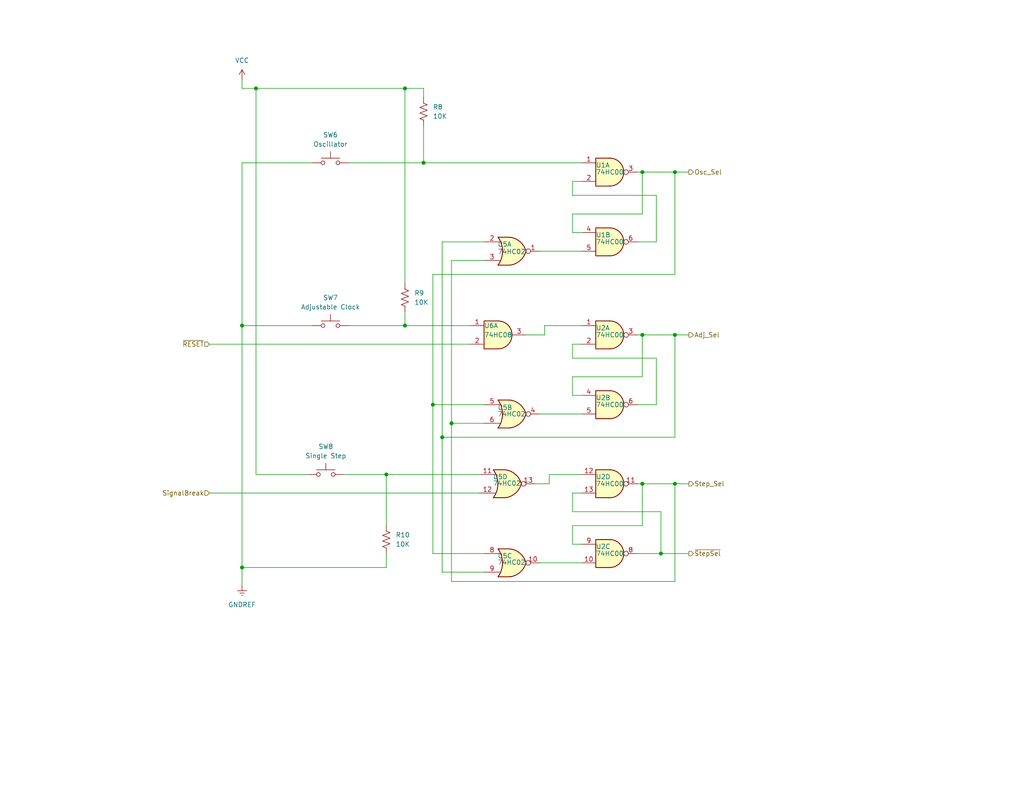
<source format=kicad_sch>
(kicad_sch (version 20230121) (generator eeschema)
  (paper "USLetter")
  (title_block (date "2023-11-22") (rev "1.0.2") (company "16-Bit Computer From Scratch") (comment 1 "Adam Clark (@eryjus)"))
  (lib_symbols
    (symbol "74xx:74HC00" (pin_names (offset 1.016))
      (property "Reference" "U" (at 0 1.27 0))
      (property "Value" "74HC00" (at 0 -1.27 0))
      (symbol "74HC00_1_1"
        (arc (start 0 -3.81) (mid 3.7934 0) (end 0 3.81) (stroke (width 0.254)) (fill (type background)))
        (polyline (pts (xy 0 3.81) (xy -3.81 3.81) (xy -3.81 -3.81) (xy 0 -3.81)) (stroke (width 0.254)) (fill (type background)))
        (pin input line (at -7.62 2.54 0) (length 3.81) (name "~") (number "1"))
        (pin input line (at -7.62 -2.54 0) (length 3.81) (name "~") (number "2"))
        (pin output inverted (at 7.62 0 180) (length 3.81) (name "~") (number "3"))
      )
      (symbol "74HC00_1_2"
        (arc (start -3.81 -3.81) (mid -2.589 0) (end -3.81 3.81) (stroke (width 0.254)))
        (arc (start -0.6096 -3.81) (mid 2.1842 -2.5851) (end 3.81 0) (stroke (width 0.254)) (fill (type background)))
        (polyline (pts (xy -3.81 -3.81) (xy -0.635 -3.81)) (stroke (width 0.254)) (fill (type background)))
        (polyline (pts (xy -3.81 3.81) (xy -0.635 3.81)) (stroke (width 0.254)) (fill (type background)))
        (polyline (pts (xy -0.635 3.81) (xy -3.81 3.81) (xy -3.81 3.81) (xy -3.556 3.4036) (xy -3.0226 2.2606) (xy -2.6924 1.0414) (xy -2.6162 -0.254) (xy -2.7686 -1.4986) (xy -3.175 -2.7178) (xy -3.81 -3.81) (xy -3.81 -3.81) (xy -0.635 -3.81)) (stroke (width -25.4)) (fill (type background)))
        (arc (start 3.81 0) (mid 2.1915 2.5936) (end -0.6096 3.81) (stroke (width 0.254)) (fill (type background)))
        (pin input inverted (at -7.62 2.54 0) (length 4.318) (name "~") (number "1"))
        (pin input inverted (at -7.62 -2.54 0) (length 4.318) (name "~") (number "2"))
        (pin output line (at 7.62 0 180) (length 3.81) (name "~") (number "3"))
      )
      (symbol "74HC00_2_1"
        (arc (start 0 -3.81) (mid 3.7934 0) (end 0 3.81) (stroke (width 0.254)) (fill (type background)))
        (polyline (pts (xy 0 3.81) (xy -3.81 3.81) (xy -3.81 -3.81) (xy 0 -3.81)) (stroke (width 0.254)) (fill (type background)))
        (pin input line (at -7.62 2.54 0) (length 3.81) (name "~") (number "4"))
        (pin input line (at -7.62 -2.54 0) (length 3.81) (name "~") (number "5"))
        (pin output inverted (at 7.62 0 180) (length 3.81) (name "~") (number "6"))
      )
      (symbol "74HC00_2_2"
        (arc (start -3.81 -3.81) (mid -2.589 0) (end -3.81 3.81) (stroke (width 0.254)))
        (arc (start -0.6096 -3.81) (mid 2.1842 -2.5851) (end 3.81 0) (stroke (width 0.254)) (fill (type background)))
        (polyline (pts (xy -3.81 -3.81) (xy -0.635 -3.81)) (stroke (width 0.254)) (fill (type background)))
        (polyline (pts (xy -3.81 3.81) (xy -0.635 3.81)) (stroke (width 0.254)) (fill (type background)))
        (polyline (pts (xy -0.635 3.81) (xy -3.81 3.81) (xy -3.81 3.81) (xy -3.556 3.4036) (xy -3.0226 2.2606) (xy -2.6924 1.0414) (xy -2.6162 -0.254) (xy -2.7686 -1.4986) (xy -3.175 -2.7178) (xy -3.81 -3.81) (xy -3.81 -3.81) (xy -0.635 -3.81)) (stroke (width -25.4)) (fill (type background)))
        (arc (start 3.81 0) (mid 2.1915 2.5936) (end -0.6096 3.81) (stroke (width 0.254)) (fill (type background)))
        (pin input inverted (at -7.62 2.54 0) (length 4.318) (name "~") (number "4"))
        (pin input inverted (at -7.62 -2.54 0) (length 4.318) (name "~") (number "5"))
        (pin output line (at 7.62 0 180) (length 3.81) (name "~") (number "6"))
      )
      (symbol "74HC00_3_1"
        (arc (start 0 -3.81) (mid 3.7934 0) (end 0 3.81) (stroke (width 0.254)) (fill (type background)))
        (polyline (pts (xy 0 3.81) (xy -3.81 3.81) (xy -3.81 -3.81) (xy 0 -3.81)) (stroke (width 0.254)) (fill (type background)))
        (pin input line (at -7.62 -2.54 0) (length 3.81) (name "~") (number "10"))
        (pin output inverted (at 7.62 0 180) (length 3.81) (name "~") (number "8"))
        (pin input line (at -7.62 2.54 0) (length 3.81) (name "~") (number "9"))
      )
      (symbol "74HC00_3_2"
        (arc (start -3.81 -3.81) (mid -2.589 0) (end -3.81 3.81) (stroke (width 0.254)))
        (arc (start -0.6096 -3.81) (mid 2.1842 -2.5851) (end 3.81 0) (stroke (width 0.254)) (fill (type background)))
        (polyline (pts (xy -3.81 -3.81) (xy -0.635 -3.81)) (stroke (width 0.254)) (fill (type background)))
        (polyline (pts (xy -3.81 3.81) (xy -0.635 3.81)) (stroke (width 0.254)) (fill (type background)))
        (polyline (pts (xy -0.635 3.81) (xy -3.81 3.81) (xy -3.81 3.81) (xy -3.556 3.4036) (xy -3.0226 2.2606) (xy -2.6924 1.0414) (xy -2.6162 -0.254) (xy -2.7686 -1.4986) (xy -3.175 -2.7178) (xy -3.81 -3.81) (xy -3.81 -3.81) (xy -0.635 -3.81)) (stroke (width -25.4)) (fill (type background)))
        (arc (start 3.81 0) (mid 2.1915 2.5936) (end -0.6096 3.81) (stroke (width 0.254)) (fill (type background)))
        (pin input inverted (at -7.62 -2.54 0) (length 4.318) (name "~") (number "10"))
        (pin output line (at 7.62 0 180) (length 3.81) (name "~") (number "8"))
        (pin input inverted (at -7.62 2.54 0) (length 4.318) (name "~") (number "9"))
      )
      (symbol "74HC00_4_1"
        (arc (start 0 -3.81) (mid 3.7934 0) (end 0 3.81) (stroke (width 0.254)) (fill (type background)))
        (polyline (pts (xy 0 3.81) (xy -3.81 3.81) (xy -3.81 -3.81) (xy 0 -3.81)) (stroke (width 0.254)) (fill (type background)))
        (pin output inverted (at 7.62 0 180) (length 3.81) (name "~") (number "11"))
        (pin input line (at -7.62 2.54 0) (length 3.81) (name "~") (number "12"))
        (pin input line (at -7.62 -2.54 0) (length 3.81) (name "~") (number "13"))
      )
      (symbol "74HC00_4_2"
        (arc (start -3.81 -3.81) (mid -2.589 0) (end -3.81 3.81) (stroke (width 0.254)))
        (arc (start -0.6096 -3.81) (mid 2.1842 -2.5851) (end 3.81 0) (stroke (width 0.254)) (fill (type background)))
        (polyline (pts (xy -3.81 -3.81) (xy -0.635 -3.81)) (stroke (width 0.254)) (fill (type background)))
        (polyline (pts (xy -3.81 3.81) (xy -0.635 3.81)) (stroke (width 0.254)) (fill (type background)))
        (polyline (pts (xy -0.635 3.81) (xy -3.81 3.81) (xy -3.81 3.81) (xy -3.556 3.4036) (xy -3.0226 2.2606) (xy -2.6924 1.0414) (xy -2.6162 -0.254) (xy -2.7686 -1.4986) (xy -3.175 -2.7178) (xy -3.81 -3.81) (xy -3.81 -3.81) (xy -0.635 -3.81)) (stroke (width -25.4)) (fill (type background)))
        (arc (start 3.81 0) (mid 2.1915 2.5936) (end -0.6096 3.81) (stroke (width 0.254)) (fill (type background)))
        (pin output line (at 7.62 0 180) (length 3.81) (name "~") (number "11"))
        (pin input inverted (at -7.62 2.54 0) (length 4.318) (name "~") (number "12"))
        (pin input inverted (at -7.62 -2.54 0) (length 4.318) (name "~") (number "13"))
      )
      (symbol "74HC00_5_0"
        (pin power_in line (at 0 12.7 270) (length 5.08) (name "VCC") (number "14"))
        (pin power_in line (at 0 -12.7 90) (length 5.08) (name "GND") (number "7"))
      )
      (symbol "74HC00_5_1"
        (rectangle (start -5.08 7.62) (end 5.08 -7.62) (stroke (width 0.254)) (fill (type background)))
      )
    )
    (symbol "74xx:74HC02" (pin_names (offset 1.016))
      (property "Reference" "U" (at 0 1.27 0))
      (property "Value" "74HC02" (at 0 -1.27 0))
      (symbol "74HC02_1_1"
        (arc (start -3.81 -3.81) (mid -2.589 0) (end -3.81 3.81) (stroke (width 0.254)))
        (arc (start -0.6096 -3.81) (mid 2.1842 -2.5851) (end 3.81 0) (stroke (width 0.254)) (fill (type background)))
        (polyline (pts (xy -3.81 -3.81) (xy -0.635 -3.81)) (stroke (width 0.254)) (fill (type background)))
        (polyline (pts (xy -3.81 3.81) (xy -0.635 3.81)) (stroke (width 0.254)) (fill (type background)))
        (polyline (pts (xy -0.635 3.81) (xy -3.81 3.81) (xy -3.81 3.81) (xy -3.556 3.4036) (xy -3.0226 2.2606) (xy -2.6924 1.0414) (xy -2.6162 -0.254) (xy -2.7686 -1.4986) (xy -3.175 -2.7178) (xy -3.81 -3.81) (xy -3.81 -3.81) (xy -0.635 -3.81)) (stroke (width -25.4)) (fill (type background)))
        (arc (start 3.81 0) (mid 2.1915 2.5936) (end -0.6096 3.81) (stroke (width 0.254)) (fill (type background)))
        (pin output inverted (at 7.62 0 180) (length 3.81) (name "~") (number "1"))
        (pin input line (at -7.62 2.54 0) (length 4.318) (name "~") (number "2"))
        (pin input line (at -7.62 -2.54 0) (length 4.318) (name "~") (number "3"))
      )
      (symbol "74HC02_1_2"
        (arc (start 0 -3.81) (mid 3.7934 0) (end 0 3.81) (stroke (width 0.254)) (fill (type background)))
        (polyline (pts (xy 0 3.81) (xy -3.81 3.81) (xy -3.81 -3.81) (xy 0 -3.81)) (stroke (width 0.254)) (fill (type background)))
        (pin output line (at 7.62 0 180) (length 3.81) (name "~") (number "1"))
        (pin input inverted (at -7.62 2.54 0) (length 3.81) (name "~") (number "2"))
        (pin input inverted (at -7.62 -2.54 0) (length 3.81) (name "~") (number "3"))
      )
      (symbol "74HC02_2_1"
        (arc (start -3.81 -3.81) (mid -2.589 0) (end -3.81 3.81) (stroke (width 0.254)))
        (arc (start -0.6096 -3.81) (mid 2.1842 -2.5851) (end 3.81 0) (stroke (width 0.254)) (fill (type background)))
        (polyline (pts (xy -3.81 -3.81) (xy -0.635 -3.81)) (stroke (width 0.254)) (fill (type background)))
        (polyline (pts (xy -3.81 3.81) (xy -0.635 3.81)) (stroke (width 0.254)) (fill (type background)))
        (polyline (pts (xy -0.635 3.81) (xy -3.81 3.81) (xy -3.81 3.81) (xy -3.556 3.4036) (xy -3.0226 2.2606) (xy -2.6924 1.0414) (xy -2.6162 -0.254) (xy -2.7686 -1.4986) (xy -3.175 -2.7178) (xy -3.81 -3.81) (xy -3.81 -3.81) (xy -0.635 -3.81)) (stroke (width -25.4)) (fill (type background)))
        (arc (start 3.81 0) (mid 2.1915 2.5936) (end -0.6096 3.81) (stroke (width 0.254)) (fill (type background)))
        (pin output inverted (at 7.62 0 180) (length 3.81) (name "~") (number "4"))
        (pin input line (at -7.62 2.54 0) (length 4.318) (name "~") (number "5"))
        (pin input line (at -7.62 -2.54 0) (length 4.318) (name "~") (number "6"))
      )
      (symbol "74HC02_2_2"
        (arc (start 0 -3.81) (mid 3.7934 0) (end 0 3.81) (stroke (width 0.254)) (fill (type background)))
        (polyline (pts (xy 0 3.81) (xy -3.81 3.81) (xy -3.81 -3.81) (xy 0 -3.81)) (stroke (width 0.254)) (fill (type background)))
        (pin output line (at 7.62 0 180) (length 3.81) (name "~") (number "4"))
        (pin input inverted (at -7.62 2.54 0) (length 3.81) (name "~") (number "5"))
        (pin input inverted (at -7.62 -2.54 0) (length 3.81) (name "~") (number "6"))
      )
      (symbol "74HC02_3_1"
        (arc (start -3.81 -3.81) (mid -2.589 0) (end -3.81 3.81) (stroke (width 0.254)))
        (arc (start -0.6096 -3.81) (mid 2.1842 -2.5851) (end 3.81 0) (stroke (width 0.254)) (fill (type background)))
        (polyline (pts (xy -3.81 -3.81) (xy -0.635 -3.81)) (stroke (width 0.254)) (fill (type background)))
        (polyline (pts (xy -3.81 3.81) (xy -0.635 3.81)) (stroke (width 0.254)) (fill (type background)))
        (polyline (pts (xy -0.635 3.81) (xy -3.81 3.81) (xy -3.81 3.81) (xy -3.556 3.4036) (xy -3.0226 2.2606) (xy -2.6924 1.0414) (xy -2.6162 -0.254) (xy -2.7686 -1.4986) (xy -3.175 -2.7178) (xy -3.81 -3.81) (xy -3.81 -3.81) (xy -0.635 -3.81)) (stroke (width -25.4)) (fill (type background)))
        (arc (start 3.81 0) (mid 2.1915 2.5936) (end -0.6096 3.81) (stroke (width 0.254)) (fill (type background)))
        (pin output inverted (at 7.62 0 180) (length 3.81) (name "~") (number "10"))
        (pin input line (at -7.62 2.54 0) (length 4.318) (name "~") (number "8"))
        (pin input line (at -7.62 -2.54 0) (length 4.318) (name "~") (number "9"))
      )
      (symbol "74HC02_3_2"
        (arc (start 0 -3.81) (mid 3.7934 0) (end 0 3.81) (stroke (width 0.254)) (fill (type background)))
        (polyline (pts (xy 0 3.81) (xy -3.81 3.81) (xy -3.81 -3.81) (xy 0 -3.81)) (stroke (width 0.254)) (fill (type background)))
        (pin output line (at 7.62 0 180) (length 3.81) (name "~") (number "10"))
        (pin input inverted (at -7.62 2.54 0) (length 3.81) (name "~") (number "8"))
        (pin input inverted (at -7.62 -2.54 0) (length 3.81) (name "~") (number "9"))
      )
      (symbol "74HC02_4_1"
        (arc (start -3.81 -3.81) (mid -2.589 0) (end -3.81 3.81) (stroke (width 0.254)))
        (arc (start -0.6096 -3.81) (mid 2.1842 -2.5851) (end 3.81 0) (stroke (width 0.254)) (fill (type background)))
        (polyline (pts (xy -3.81 -3.81) (xy -0.635 -3.81)) (stroke (width 0.254)) (fill (type background)))
        (polyline (pts (xy -3.81 3.81) (xy -0.635 3.81)) (stroke (width 0.254)) (fill (type background)))
        (polyline (pts (xy -0.635 3.81) (xy -3.81 3.81) (xy -3.81 3.81) (xy -3.556 3.4036) (xy -3.0226 2.2606) (xy -2.6924 1.0414) (xy -2.6162 -0.254) (xy -2.7686 -1.4986) (xy -3.175 -2.7178) (xy -3.81 -3.81) (xy -3.81 -3.81) (xy -0.635 -3.81)) (stroke (width -25.4)) (fill (type background)))
        (arc (start 3.81 0) (mid 2.1915 2.5936) (end -0.6096 3.81) (stroke (width 0.254)) (fill (type background)))
        (pin input line (at -7.62 2.54 0) (length 4.318) (name "~") (number "11"))
        (pin input line (at -7.62 -2.54 0) (length 4.318) (name "~") (number "12"))
        (pin output inverted (at 7.62 0 180) (length 3.81) (name "~") (number "13"))
      )
      (symbol "74HC02_4_2"
        (arc (start 0 -3.81) (mid 3.7934 0) (end 0 3.81) (stroke (width 0.254)) (fill (type background)))
        (polyline (pts (xy 0 3.81) (xy -3.81 3.81) (xy -3.81 -3.81) (xy 0 -3.81)) (stroke (width 0.254)) (fill (type background)))
        (pin input inverted (at -7.62 2.54 0) (length 3.81) (name "~") (number "11"))
        (pin input inverted (at -7.62 -2.54 0) (length 3.81) (name "~") (number "12"))
        (pin output line (at 7.62 0 180) (length 3.81) (name "~") (number "13"))
      )
      (symbol "74HC02_5_0"
        (pin power_in line (at 0 12.7 270) (length 5.08) (name "VCC") (number "14"))
        (pin power_in line (at 0 -12.7 90) (length 5.08) (name "GND") (number "7"))
      )
      (symbol "74HC02_5_1"
        (rectangle (start -5.08 7.62) (end 5.08 -7.62) (stroke (width 0.254)) (fill (type background)))
      )
    )
    (symbol "Device:R_US" (pin_numbers hide) (pin_names (offset 0))
      (property "Reference" "R" (at 2.54 0 90))
      (property "Value" "R_US" (at -2.54 0 90))
      (symbol "R_US_0_1"
        (polyline (pts (xy 0 -2.286) (xy 0 -2.54)))
        (polyline (pts (xy 0 2.286) (xy 0 2.54)))
        (polyline (pts (xy 0 -0.762) (xy 1.016 -1.143) (xy 0 -1.524) (xy -1.016 -1.905) (xy 0 -2.286)))
        (polyline (pts (xy 0 0.762) (xy 1.016 0.381) (xy 0 0) (xy -1.016 -0.381) (xy 0 -0.762)))
        (polyline (pts (xy 0 2.286) (xy 1.016 1.905) (xy 0 1.524) (xy -1.016 1.143) (xy 0 0.762)))
      )
      (symbol "R_US_1_1"
        (pin passive line (at 0 3.81 270) (length 1.27) (name "~") (number "1"))
        (pin passive line (at 0 -3.81 90) (length 1.27) (name "~") (number "2"))
      )
    )
    (symbol "Switch:SW_Push" (pin_numbers hide) (pin_names (offset 1.016) hide)
      (property "Reference" "SW" (at 1.27 2.54 0))
      (property "Value" "SW_Push" (at 0 -1.524 0))
      (symbol "SW_Push_0_1"
        (circle (center -2.032 0) (radius 0.508))
        (polyline (pts (xy 0 1.27) (xy 0 3.048)))
        (polyline (pts (xy 2.54 1.27) (xy -2.54 1.27)))
        (circle (center 2.032 0) (radius 0.508))
        (pin passive line (at -5.08 0 0) (length 2.54) (name "1") (number "1"))
        (pin passive line (at 5.08 0 180) (length 2.54) (name "2") (number "2"))
      )
    )
    (symbol "eryjus:74HC08" (pin_names (offset 1.016))
      (property "Reference" "U" (at 0 1.27 0))
      (property "Value" "74HC08" (at 0 -1.27 0))
      (symbol "74HC08_1_1"
        (arc (start 0 -3.81) (mid 3.7934 0) (end 0 3.81) (stroke (width 0.254)) (fill (type background)))
        (polyline (pts (xy 0 3.81) (xy -3.81 3.81) (xy -3.81 -3.81) (xy 0 -3.81)) (stroke (width 0.254)) (fill (type background)))
        (pin input line (at -7.62 2.54 0) (length 3.81) (name "~") (number "1"))
        (pin input line (at -7.62 -2.54 0) (length 3.81) (name "~") (number "2"))
        (pin output line (at 7.62 0 180) (length 3.81) (name "~") (number "3"))
      )
      (symbol "74HC08_1_2"
        (arc (start -3.81 -3.81) (mid -2.589 0) (end -3.81 3.81) (stroke (width 0.254)))
        (arc (start -0.6096 -3.81) (mid 2.1842 -2.5851) (end 3.81 0) (stroke (width 0.254)) (fill (type background)))
        (polyline (pts (xy -3.81 -3.81) (xy -0.635 -3.81)) (stroke (width 0.254)) (fill (type background)))
        (polyline (pts (xy -3.81 3.81) (xy -0.635 3.81)) (stroke (width 0.254)) (fill (type background)))
        (polyline (pts (xy -0.635 3.81) (xy -3.81 3.81) (xy -3.81 3.81) (xy -3.556 3.4036) (xy -3.0226 2.2606) (xy -2.6924 1.0414) (xy -2.6162 -0.254) (xy -2.7686 -1.4986) (xy -3.175 -2.7178) (xy -3.81 -3.81) (xy -3.81 -3.81) (xy -0.635 -3.81)) (stroke (width -25.4)) (fill (type background)))
        (arc (start 3.81 0) (mid 2.1915 2.5936) (end -0.6096 3.81) (stroke (width 0.254)) (fill (type background)))
        (pin input inverted (at -7.62 2.54 0) (length 4.318) (name "~") (number "1"))
        (pin input inverted (at -7.62 -2.54 0) (length 4.318) (name "~") (number "2"))
        (pin output inverted (at 7.62 0 180) (length 3.81) (name "~") (number "3"))
      )
      (symbol "74HC08_2_1"
        (arc (start 0 -3.81) (mid 3.7934 0) (end 0 3.81) (stroke (width 0.254)) (fill (type background)))
        (polyline (pts (xy 0 3.81) (xy -3.81 3.81) (xy -3.81 -3.81) (xy 0 -3.81)) (stroke (width 0.254)) (fill (type background)))
        (pin input line (at -7.62 2.54 0) (length 3.81) (name "~") (number "4"))
        (pin input line (at -7.62 -2.54 0) (length 3.81) (name "~") (number "5"))
        (pin output line (at 7.62 0 180) (length 3.81) (name "~") (number "6"))
      )
      (symbol "74HC08_2_2"
        (arc (start -3.81 -3.81) (mid -2.589 0) (end -3.81 3.81) (stroke (width 0.254)))
        (arc (start -0.6096 -3.81) (mid 2.1842 -2.5851) (end 3.81 0) (stroke (width 0.254)) (fill (type background)))
        (polyline (pts (xy -3.81 -3.81) (xy -0.635 -3.81)) (stroke (width 0.254)) (fill (type background)))
        (polyline (pts (xy -3.81 3.81) (xy -0.635 3.81)) (stroke (width 0.254)) (fill (type background)))
        (polyline (pts (xy -0.635 3.81) (xy -3.81 3.81) (xy -3.81 3.81) (xy -3.556 3.4036) (xy -3.0226 2.2606) (xy -2.6924 1.0414) (xy -2.6162 -0.254) (xy -2.7686 -1.4986) (xy -3.175 -2.7178) (xy -3.81 -3.81) (xy -3.81 -3.81) (xy -0.635 -3.81)) (stroke (width -25.4)) (fill (type background)))
        (arc (start 3.81 0) (mid 2.1915 2.5936) (end -0.6096 3.81) (stroke (width 0.254)) (fill (type background)))
        (pin input inverted (at -7.62 2.54 0) (length 4.318) (name "~") (number "4"))
        (pin input inverted (at -7.62 -2.54 0) (length 4.318) (name "~") (number "5"))
        (pin output inverted (at 7.62 0 180) (length 3.81) (name "~") (number "6"))
      )
      (symbol "74HC08_3_1"
        (arc (start 0 -3.81) (mid 3.7934 0) (end 0 3.81) (stroke (width 0.254)) (fill (type background)))
        (polyline (pts (xy 0 3.81) (xy -3.81 3.81) (xy -3.81 -3.81) (xy 0 -3.81)) (stroke (width 0.254)) (fill (type background)))
        (pin input line (at -7.62 -2.54 0) (length 3.81) (name "~") (number "10"))
        (pin output line (at 7.62 0 180) (length 3.81) (name "~") (number "8"))
        (pin input line (at -7.62 2.54 0) (length 3.81) (name "~") (number "9"))
      )
      (symbol "74HC08_3_2"
        (arc (start -3.81 -3.81) (mid -2.589 0) (end -3.81 3.81) (stroke (width 0.254)))
        (arc (start -0.6096 -3.81) (mid 2.1842 -2.5851) (end 3.81 0) (stroke (width 0.254)) (fill (type background)))
        (polyline (pts (xy -3.81 -3.81) (xy -0.635 -3.81)) (stroke (width 0.254)) (fill (type background)))
        (polyline (pts (xy -3.81 3.81) (xy -0.635 3.81)) (stroke (width 0.254)) (fill (type background)))
        (polyline (pts (xy -0.635 3.81) (xy -3.81 3.81) (xy -3.81 3.81) (xy -3.556 3.4036) (xy -3.0226 2.2606) (xy -2.6924 1.0414) (xy -2.6162 -0.254) (xy -2.7686 -1.4986) (xy -3.175 -2.7178) (xy -3.81 -3.81) (xy -3.81 -3.81) (xy -0.635 -3.81)) (stroke (width -25.4)) (fill (type background)))
        (arc (start 3.81 0) (mid 2.1915 2.5936) (end -0.6096 3.81) (stroke (width 0.254)) (fill (type background)))
        (pin input inverted (at -7.62 -2.54 0) (length 4.318) (name "~") (number "10"))
        (pin output inverted (at 7.62 0 180) (length 3.81) (name "~") (number "8"))
        (pin input inverted (at -7.62 2.54 0) (length 4.318) (name "~") (number "9"))
      )
      (symbol "74HC08_4_1"
        (arc (start 0 -3.81) (mid 3.7934 0) (end 0 3.81) (stroke (width 0.254)) (fill (type background)))
        (polyline (pts (xy 0 3.81) (xy -3.81 3.81) (xy -3.81 -3.81) (xy 0 -3.81)) (stroke (width 0.254)) (fill (type background)))
        (pin output line (at 7.62 0 180) (length 3.81) (name "~") (number "11"))
        (pin input line (at -7.62 2.54 0) (length 3.81) (name "~") (number "12"))
        (pin input line (at -7.62 -2.54 0) (length 3.81) (name "~") (number "13"))
      )
      (symbol "74HC08_4_2"
        (arc (start -3.81 -3.81) (mid -2.589 0) (end -3.81 3.81) (stroke (width 0.254)))
        (arc (start -0.6096 -3.81) (mid 2.1842 -2.5851) (end 3.81 0) (stroke (width 0.254)) (fill (type background)))
        (polyline (pts (xy -3.81 -3.81) (xy -0.635 -3.81)) (stroke (width 0.254)) (fill (type background)))
        (polyline (pts (xy -3.81 3.81) (xy -0.635 3.81)) (stroke (width 0.254)) (fill (type background)))
        (polyline (pts (xy -0.635 3.81) (xy -3.81 3.81) (xy -3.81 3.81) (xy -3.556 3.4036) (xy -3.0226 2.2606) (xy -2.6924 1.0414) (xy -2.6162 -0.254) (xy -2.7686 -1.4986) (xy -3.175 -2.7178) (xy -3.81 -3.81) (xy -3.81 -3.81) (xy -0.635 -3.81)) (stroke (width -25.4)) (fill (type background)))
        (arc (start 3.81 0) (mid 2.1915 2.5936) (end -0.6096 3.81) (stroke (width 0.254)) (fill (type background)))
        (pin output inverted (at 7.62 0 180) (length 3.81) (name "~") (number "11"))
        (pin input inverted (at -7.62 2.54 0) (length 4.318) (name "~") (number "12"))
        (pin input inverted (at -7.62 -2.54 0) (length 4.318) (name "~") (number "13"))
      )
      (symbol "74HC08_5_0"
        (pin power_in line (at 0 12.7 270) (length 5.08) (name "VCC") (number "14"))
        (pin power_in line (at 0 -12.7 90) (length 5.08) (name "GND") (number "7"))
      )
      (symbol "74HC08_5_1"
        (rectangle (start -5.08 7.62) (end 5.08 -7.62) (stroke (width 0.254)) (fill (type background)))
      )
    )
    (symbol "power:GNDREF" (power) (pin_names (offset 0))
      (property "Value" "GNDREF" (at 0 -3.81 0))
      (symbol "GNDREF_0_1"
        (polyline (pts (xy -0.635 -1.905) (xy 0.635 -1.905)))
        (polyline (pts (xy -0.127 -2.54) (xy 0.127 -2.54)))
        (polyline (pts (xy 0 -1.27) (xy 0 0)))
        (polyline (pts (xy 1.27 -1.27) (xy -1.27 -1.27)))
      )
      (symbol "GNDREF_1_1"
        (pin power_in line (at 0 0 270) (length 0) hide (name "GNDREF") (number "1"))
      )
    )
    (symbol "power:VCC" (power) (pin_names (offset 0))
      (property "Value" "VCC" (at 0 3.81 0))
      (symbol "VCC_0_1"
        (polyline (pts (xy -0.762 1.27) (xy 0 2.54)))
        (polyline (pts (xy 0 0) (xy 0 2.54)))
        (polyline (pts (xy 0 2.54) (xy 0.762 1.27)))
      )
      (symbol "VCC_1_1"
        (pin power_in line (at 0 0 90) (length 0) hide (name "VCC") (number "1"))
      )
    )
  )
  (junction (at 184.15 132.08))
  (junction (at 66.04 154.94))
  (junction (at 66.04 88.9))
  (junction (at 184.15 91.44))
  (junction (at 120.65 119.38))
  (junction (at 175.26 91.44))
  (junction (at 69.85 24.13))
  (junction (at 184.15 46.99))
  (junction (at 115.57 44.45))
  (junction (at 175.26 132.08))
  (junction (at 110.49 88.9))
  (junction (at 175.26 46.99))
  (junction (at 180.34 151.13))
  (junction (at 123.19 115.57))
  (junction (at 118.11 110.49))
  (junction (at 105.41 129.54))
  (junction (at 110.49 24.13))
  (wire (pts (xy 184.15 91.44) (xy 187.96 91.44)))
  (wire (pts (xy 95.25 88.9) (xy 110.49 88.9)))
  (wire (pts (xy 173.99 91.44) (xy 175.26 91.44)))
  (wire (pts (xy 173.99 110.49) (xy 179.07 110.49)))
  (wire (pts (xy 184.15 158.75) (xy 184.15 132.08)))
  (wire (pts (xy 173.99 46.99) (xy 175.26 46.99)))
  (wire (pts (xy 175.26 46.99) (xy 175.26 58.42)))
  (wire (pts (xy 175.26 132.08) (xy 175.26 143.51)))
  (wire (pts (xy 123.19 71.12) (xy 123.19 115.57)))
  (wire (pts (xy 147.32 68.58) (xy 158.75 68.58)))
  (wire (pts (xy 184.15 46.99) (xy 187.96 46.99)))
  (wire (pts (xy 158.75 129.54) (xy 149.86 129.54)))
  (wire (pts (xy 149.86 129.54) (xy 149.86 132.08)))
  (wire (pts (xy 132.08 71.12) (xy 123.19 71.12)))
  (wire (pts (xy 158.75 134.62) (xy 156.21 134.62)))
  (wire (pts (xy 66.04 44.45) (xy 66.04 88.9)))
  (wire (pts (xy 120.65 119.38) (xy 184.15 119.38)))
  (wire (pts (xy 115.57 24.13) (xy 115.57 26.67)))
  (wire (pts (xy 156.21 107.95) (xy 158.75 107.95)))
  (wire (pts (xy 180.34 151.13) (xy 187.96 151.13)))
  (wire (pts (xy 130.81 134.62) (xy 57.15 134.62)))
  (wire (pts (xy 118.11 151.13) (xy 118.11 110.49)))
  (wire (pts (xy 184.15 91.44) (xy 184.15 119.38)))
  (wire (pts (xy 110.49 85.09) (xy 110.49 88.9)))
  (wire (pts (xy 175.26 143.51) (xy 156.21 143.51)))
  (wire (pts (xy 156.21 139.7) (xy 180.34 139.7)))
  (wire (pts (xy 123.19 158.75) (xy 184.15 158.75)))
  (wire (pts (xy 132.08 151.13) (xy 118.11 151.13)))
  (wire (pts (xy 156.21 102.87) (xy 156.21 107.95)))
  (wire (pts (xy 147.32 113.03) (xy 158.75 113.03)))
  (wire (pts (xy 105.41 129.54) (xy 105.41 143.51)))
  (wire (pts (xy 156.21 134.62) (xy 156.21 139.7)))
  (wire (pts (xy 156.21 49.53) (xy 156.21 53.34)))
  (wire (pts (xy 180.34 139.7) (xy 180.34 151.13)))
  (wire (pts (xy 147.32 153.67) (xy 158.75 153.67)))
  (wire (pts (xy 156.21 93.98) (xy 158.75 93.98)))
  (wire (pts (xy 184.15 132.08) (xy 187.96 132.08)))
  (wire (pts (xy 120.65 66.04) (xy 120.65 119.38)))
  (wire (pts (xy 156.21 58.42) (xy 156.21 63.5)))
  (wire (pts (xy 175.26 46.99) (xy 184.15 46.99)))
  (wire (pts (xy 132.08 66.04) (xy 120.65 66.04)))
  (wire (pts (xy 158.75 49.53) (xy 156.21 49.53)))
  (wire (pts (xy 118.11 74.93) (xy 118.11 110.49)))
  (wire (pts (xy 69.85 129.54) (xy 69.85 24.13)))
  (wire (pts (xy 105.41 151.13) (xy 105.41 154.94)))
  (wire (pts (xy 120.65 119.38) (xy 120.65 156.21)))
  (wire (pts (xy 115.57 34.29) (xy 115.57 44.45)))
  (wire (pts (xy 66.04 154.94) (xy 66.04 160.02)))
  (wire (pts (xy 179.07 97.79) (xy 179.07 110.49)))
  (wire (pts (xy 105.41 129.54) (xy 130.81 129.54)))
  (wire (pts (xy 66.04 88.9) (xy 66.04 154.94)))
  (wire (pts (xy 110.49 24.13) (xy 115.57 24.13)))
  (wire (pts (xy 156.21 63.5) (xy 158.75 63.5)))
  (wire (pts (xy 123.19 115.57) (xy 123.19 158.75)))
  (wire (pts (xy 179.07 53.34) (xy 179.07 66.04)))
  (wire (pts (xy 179.07 66.04) (xy 173.99 66.04)))
  (wire (pts (xy 175.26 102.87) (xy 175.26 91.44)))
  (wire (pts (xy 69.85 24.13) (xy 110.49 24.13)))
  (wire (pts (xy 184.15 74.93) (xy 184.15 46.99)))
  (wire (pts (xy 156.21 53.34) (xy 179.07 53.34)))
  (wire (pts (xy 175.26 58.42) (xy 156.21 58.42)))
  (wire (pts (xy 180.34 151.13) (xy 173.99 151.13)))
  (wire (pts (xy 132.08 156.21) (xy 120.65 156.21)))
  (wire (pts (xy 156.21 93.98) (xy 156.21 97.79)))
  (wire (pts (xy 83.82 129.54) (xy 69.85 129.54)))
  (wire (pts (xy 66.04 21.59) (xy 66.04 24.13)))
  (wire (pts (xy 93.98 129.54) (xy 105.41 129.54)))
  (wire (pts (xy 110.49 24.13) (xy 110.49 77.47)))
  (wire (pts (xy 118.11 74.93) (xy 184.15 74.93)))
  (wire (pts (xy 118.11 110.49) (xy 132.08 110.49)))
  (wire (pts (xy 66.04 24.13) (xy 69.85 24.13)))
  (wire (pts (xy 148.59 91.44) (xy 148.59 88.9)))
  (wire (pts (xy 156.21 148.59) (xy 158.75 148.59)))
  (wire (pts (xy 110.49 88.9) (xy 128.27 88.9)))
  (wire (pts (xy 66.04 88.9) (xy 85.09 88.9)))
  (wire (pts (xy 156.21 143.51) (xy 156.21 148.59)))
  (wire (pts (xy 128.27 93.98) (xy 57.15 93.98)))
  (wire (pts (xy 156.21 97.79) (xy 179.07 97.79)))
  (wire (pts (xy 95.25 44.45) (xy 115.57 44.45)))
  (wire (pts (xy 85.09 44.45) (xy 66.04 44.45)))
  (wire (pts (xy 173.99 132.08) (xy 175.26 132.08)))
  (wire (pts (xy 115.57 44.45) (xy 158.75 44.45)))
  (wire (pts (xy 175.26 102.87) (xy 156.21 102.87)))
  (wire (pts (xy 175.26 132.08) (xy 184.15 132.08)))
  (wire (pts (xy 132.08 115.57) (xy 123.19 115.57)))
  (wire (pts (xy 148.59 88.9) (xy 158.75 88.9)))
  (wire (pts (xy 105.41 154.94) (xy 66.04 154.94)))
  (wire (pts (xy 175.26 91.44) (xy 184.15 91.44)))
  (wire (pts (xy 143.51 91.44) (xy 148.59 91.44)))
  (wire (pts (xy 149.86 132.08) (xy 146.05 132.08)))
  (hierarchical_label "~{StepSel}" (shape output) (at 187.96 151.13 0))
  (hierarchical_label "Adj_Sel" (shape output) (at 187.96 91.44 0))
  (hierarchical_label "Osc_Sel" (shape output) (at 187.96 46.99 0))
  (hierarchical_label "~{RESET}" (shape input) (at 57.15 93.98 180))
  (hierarchical_label "Step_Sel" (shape output) (at 187.96 132.08 0))
  (hierarchical_label "SignalBreak" (shape input) (at 57.15 134.62 180))
  (symbol (lib_id "Switch:SW_Push") (at 88.9 129.54 0) (unit 1)
    (property "Reference" "SW8" (at 88.9 121.92 0))
    (property "Value" "Single Step" (at 88.9 124.46 0))
  )
  (symbol (lib_id "74xx:74HC02") (at 139.7 68.58 0) (unit 1)
    (property "Reference" "U5" (at 135.763 66.675 0) (effects (justify left)))
    (property "Value" "74HC02" (at 135.763 68.707 0) (effects (justify left)))
    (property "Datasheet" "http://www.ti.com/lit/gpn/sn74hc02" (effects hide))
  )
  (symbol (lib_id "Switch:SW_Push") (at 90.17 88.9 0) (unit 1)
    (property "Reference" "SW7" (at 90.17 81.28 0))
    (property "Value" "Adjustable Clock" (at 90.17 83.82 0))
  )
  (symbol (lib_id "Device:R_US") (at 110.49 81.28 0) (unit 1)
    (property "Reference" "R9" (at 113.03 80.01 0) (effects (justify left)))
    (property "Value" "10K" (at 113.03 82.55 0) (effects (justify left)))
  )
  (symbol (lib_id "74xx:74HC02") (at 138.43 132.08 0) (unit 4)
    (property "Reference" "U5" (at 134.493 130.175 0) (effects (justify left)))
    (property "Value" "74HC02" (at 134.493 131.953 0) (effects (justify left)))
    (property "Datasheet" "http://www.ti.com/lit/gpn/sn74hc02" (effects hide))
  )
  (symbol (lib_id "Device:R_US") (at 115.57 30.48 0) (unit 1)
    (property "Reference" "R8" (at 118.11 29.21 0) (effects (justify left)))
    (property "Value" "10K" (at 118.11 31.75 0) (effects (justify left)))
  )
  (symbol (lib_id "power:VCC") (at 66.04 21.59 0) (unit 1)
    (property "Reference" "#PWR011" (effects hide))
    (property "Value" "VCC" (at 66.04 16.51 0))
  )
  (symbol (lib_id "eryjus:74HC08") (at 135.89 91.44 0) (unit 1)
    (property "Reference" "U6" (at 132.08 88.9 0) (effects (justify left)))
    (property "Value" "74HC08" (at 132.08 91.44 0) (effects (justify left)))
    (property "Datasheet" "http://www.ti.com/lit/gpn/sn74HC08" (effects hide))
  )
  (symbol (lib_id "74xx:74HC02") (at 139.7 153.67 0) (unit 3)
    (property "Reference" "U5" (at 135.763 151.765 0) (effects (justify left)))
    (property "Value" "74HC02" (at 135.763 153.543 0) (effects (justify left)))
    (property "Datasheet" "http://www.ti.com/lit/gpn/sn74hc02" (effects hide))
  )
  (symbol (lib_id "74xx:74HC00") (at 166.37 66.04 0) (unit 2)
    (property "Reference" "U1" (at 162.56 64.135 0) (effects (justify left)))
    (property "Value" "74HC00" (at 162.56 66.04 0) (effects (justify left)))
    (property "Datasheet" "http://www.ti.com/lit/gpn/sn74hc00" (effects hide))
  )
  (symbol (lib_id "Switch:SW_Push") (at 90.17 44.45 0) (unit 1)
    (property "Reference" "SW6" (at 90.17 36.83 0))
    (property "Value" "Oscillator" (at 90.17 39.37 0))
  )
  (symbol (lib_id "74xx:74HC00") (at 166.37 91.44 0) (unit 1)
    (property "Reference" "U2" (at 162.56 89.535 0) (effects (justify left)))
    (property "Value" "74HC00" (at 162.56 91.44 0) (effects (justify left)))
    (property "Datasheet" "http://www.ti.com/lit/gpn/sn74hc00" (effects hide))
  )
  (symbol (lib_id "74xx:74HC00") (at 166.37 46.99 0) (unit 1)
    (property "Reference" "U1" (at 162.56 45.085 0) (effects (justify left)))
    (property "Value" "74HC00" (at 162.56 46.99 0) (effects (justify left)))
    (property "Datasheet" "http://www.ti.com/lit/gpn/sn74hc00" (effects hide))
  )
  (symbol (lib_id "power:GNDREF") (at 66.04 160.02 0) (unit 1)
    (property "Reference" "#PWR012" (effects hide))
    (property "Value" "GNDREF" (at 66.04 165.1 0))
  )
  (symbol (lib_id "Device:R_US") (at 105.41 147.32 0) (unit 1)
    (property "Reference" "R10" (at 107.95 146.05 0) (effects (justify left)))
    (property "Value" "10K" (at 107.95 148.59 0) (effects (justify left)))
  )
  (symbol (lib_id "74xx:74HC00") (at 166.37 151.13 0) (unit 3)
    (property "Reference" "U2" (at 162.56 149.225 0) (effects (justify left)))
    (property "Value" "74HC00" (at 162.56 151.13 0) (effects (justify left)))
    (property "Datasheet" "http://www.ti.com/lit/gpn/sn74hc00" (effects hide))
  )
  (symbol (lib_id "74xx:74HC02") (at 139.7 113.03 0) (unit 2)
    (property "Reference" "U5" (at 135.763 111.252 0) (effects (justify left)))
    (property "Value" "74HC02" (at 135.763 113.03 0) (effects (justify left)))
    (property "Datasheet" "http://www.ti.com/lit/gpn/sn74hc02" (effects hide))
  )
  (symbol (lib_id "74xx:74HC00") (at 166.37 132.08 0) (unit 4)
    (property "Reference" "U2" (at 162.56 130.175 0) (effects (justify left)))
    (property "Value" "74HC00" (at 162.56 132.08 0) (effects (justify left)))
    (property "Datasheet" "http://www.ti.com/lit/gpn/sn74hc00" (effects hide))
  )
  (symbol (lib_id "74xx:74HC00") (at 166.37 110.49 0) (unit 2)
    (property "Reference" "U2" (at 162.56 108.585 0) (effects (justify left)))
    (property "Value" "74HC00" (at 162.56 110.49 0) (effects (justify left)))
    (property "Datasheet" "http://www.ti.com/lit/gpn/sn74hc00" (effects hide))
  )
)
</source>
